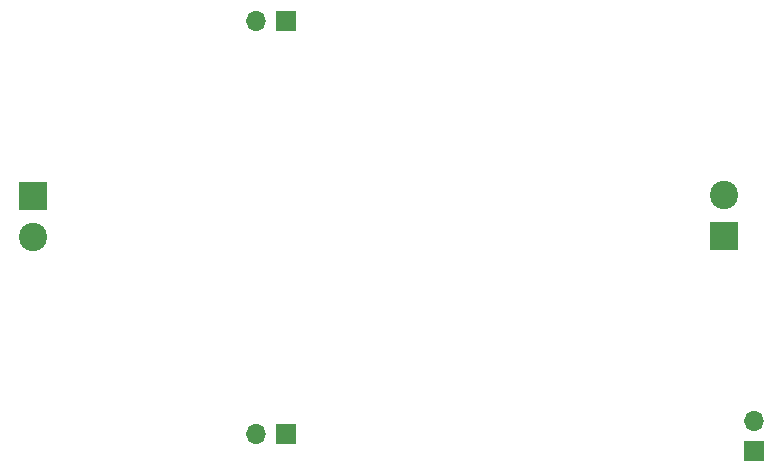
<source format=gbr>
G04 #@! TF.GenerationSoftware,KiCad,Pcbnew,7.0.5.1-1-g8f565ef7f0-dirty-deb11*
G04 #@! TF.CreationDate,2023-05-31T17:10:39+00:00*
G04 #@! TF.ProjectId,AbcTestBoard,41626354-6573-4744-926f-6172642e6b69,rev?*
G04 #@! TF.SameCoordinates,Original*
G04 #@! TF.FileFunction,Soldermask,Bot*
G04 #@! TF.FilePolarity,Negative*
%FSLAX46Y46*%
G04 Gerber Fmt 4.6, Leading zero omitted, Abs format (unit mm)*
G04 Created by KiCad (PCBNEW 7.0.5.1-1-g8f565ef7f0-dirty-deb11) date 2023-05-31 17:10:39*
%MOMM*%
%LPD*%
G01*
G04 APERTURE LIST*
%ADD10R,1.700000X1.700000*%
%ADD11O,1.700000X1.700000*%
%ADD12R,2.400000X2.400000*%
%ADD13C,2.400000*%
G04 APERTURE END LIST*
D10*
X67000000Y-104000000D03*
D11*
X64460000Y-104000000D03*
D12*
X45593000Y-83820000D03*
D13*
X45593000Y-87320000D03*
D10*
X67000000Y-69000000D03*
D11*
X64460000Y-69000000D03*
D12*
X104140000Y-87221000D03*
D13*
X104140000Y-83721000D03*
D10*
X106680000Y-105410000D03*
D11*
X106680000Y-102870000D03*
M02*

</source>
